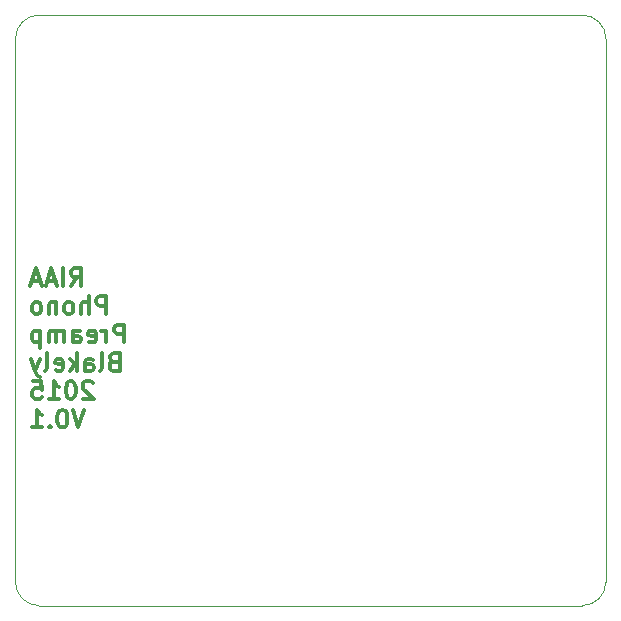
<source format=gbo>
G04 (created by PCBNEW (2013-07-07 BZR 4022)-stable) date 1/7/2015 9:26:39 PM*
%MOIN*%
G04 Gerber Fmt 3.4, Leading zero omitted, Abs format*
%FSLAX34Y34*%
G01*
G70*
G90*
G04 APERTURE LIST*
%ADD10C,0.00590551*%
%ADD11C,0.00393701*%
%ADD12C,0.011811*%
%ADD13C,0.0493071*%
%ADD14C,0.076*%
%ADD15R,0.076X0.076*%
%ADD16R,0.061X0.061*%
%ADD17C,0.061*%
%ADD18R,0.0493071X0.0493071*%
G04 APERTURE END LIST*
G54D10*
G54D11*
X19685Y-787D02*
G75*
G03X18897Y0I-787J0D01*
G74*
G01*
X0Y-18897D02*
G75*
G03X787Y-19685I787J0D01*
G74*
G01*
X18897Y-19685D02*
G75*
G03X19685Y-18897I0J787D01*
G74*
G01*
X787Y0D02*
X18897Y0D01*
X0Y-787D02*
X0Y-18897D01*
X787Y0D02*
G75*
G03X0Y-787I0J-787D01*
G74*
G01*
X787Y-19685D02*
X18897Y-19685D01*
X19685Y-787D02*
X19685Y-18897D01*
G54D12*
X1848Y-9024D02*
X2045Y-8743D01*
X2186Y-9024D02*
X2186Y-8433D01*
X1961Y-8433D01*
X1905Y-8462D01*
X1877Y-8490D01*
X1848Y-8546D01*
X1848Y-8630D01*
X1877Y-8687D01*
X1905Y-8715D01*
X1961Y-8743D01*
X2186Y-8743D01*
X1595Y-9024D02*
X1595Y-8433D01*
X1342Y-8855D02*
X1061Y-8855D01*
X1399Y-9024D02*
X1202Y-8433D01*
X1005Y-9024D01*
X836Y-8855D02*
X555Y-8855D01*
X892Y-9024D02*
X696Y-8433D01*
X499Y-9024D01*
X3030Y-9969D02*
X3030Y-9378D01*
X2805Y-9378D01*
X2748Y-9406D01*
X2720Y-9435D01*
X2692Y-9491D01*
X2692Y-9575D01*
X2720Y-9631D01*
X2748Y-9660D01*
X2805Y-9688D01*
X3030Y-9688D01*
X2439Y-9969D02*
X2439Y-9378D01*
X2186Y-9969D02*
X2186Y-9660D01*
X2214Y-9603D01*
X2270Y-9575D01*
X2355Y-9575D01*
X2411Y-9603D01*
X2439Y-9631D01*
X1820Y-9969D02*
X1877Y-9941D01*
X1905Y-9913D01*
X1933Y-9856D01*
X1933Y-9688D01*
X1905Y-9631D01*
X1877Y-9603D01*
X1820Y-9575D01*
X1736Y-9575D01*
X1680Y-9603D01*
X1652Y-9631D01*
X1624Y-9688D01*
X1624Y-9856D01*
X1652Y-9913D01*
X1680Y-9941D01*
X1736Y-9969D01*
X1820Y-9969D01*
X1370Y-9575D02*
X1370Y-9969D01*
X1370Y-9631D02*
X1342Y-9603D01*
X1286Y-9575D01*
X1202Y-9575D01*
X1145Y-9603D01*
X1117Y-9660D01*
X1117Y-9969D01*
X752Y-9969D02*
X808Y-9941D01*
X836Y-9913D01*
X864Y-9856D01*
X864Y-9688D01*
X836Y-9631D01*
X808Y-9603D01*
X752Y-9575D01*
X667Y-9575D01*
X611Y-9603D01*
X583Y-9631D01*
X555Y-9688D01*
X555Y-9856D01*
X583Y-9913D01*
X611Y-9941D01*
X667Y-9969D01*
X752Y-9969D01*
X3620Y-10914D02*
X3620Y-10323D01*
X3395Y-10323D01*
X3339Y-10351D01*
X3311Y-10379D01*
X3283Y-10436D01*
X3283Y-10520D01*
X3311Y-10576D01*
X3339Y-10604D01*
X3395Y-10633D01*
X3620Y-10633D01*
X3030Y-10914D02*
X3030Y-10520D01*
X3030Y-10633D02*
X3001Y-10576D01*
X2973Y-10548D01*
X2917Y-10520D01*
X2861Y-10520D01*
X2439Y-10886D02*
X2495Y-10914D01*
X2608Y-10914D01*
X2664Y-10886D01*
X2692Y-10829D01*
X2692Y-10604D01*
X2664Y-10548D01*
X2608Y-10520D01*
X2495Y-10520D01*
X2439Y-10548D01*
X2411Y-10604D01*
X2411Y-10661D01*
X2692Y-10717D01*
X1905Y-10914D02*
X1905Y-10604D01*
X1933Y-10548D01*
X1989Y-10520D01*
X2102Y-10520D01*
X2158Y-10548D01*
X1905Y-10886D02*
X1961Y-10914D01*
X2102Y-10914D01*
X2158Y-10886D01*
X2186Y-10829D01*
X2186Y-10773D01*
X2158Y-10717D01*
X2102Y-10689D01*
X1961Y-10689D01*
X1905Y-10661D01*
X1624Y-10914D02*
X1624Y-10520D01*
X1624Y-10576D02*
X1595Y-10548D01*
X1539Y-10520D01*
X1455Y-10520D01*
X1399Y-10548D01*
X1370Y-10604D01*
X1370Y-10914D01*
X1370Y-10604D02*
X1342Y-10548D01*
X1286Y-10520D01*
X1202Y-10520D01*
X1145Y-10548D01*
X1117Y-10604D01*
X1117Y-10914D01*
X836Y-10520D02*
X836Y-11111D01*
X836Y-10548D02*
X780Y-10520D01*
X667Y-10520D01*
X611Y-10548D01*
X583Y-10576D01*
X555Y-10633D01*
X555Y-10801D01*
X583Y-10857D01*
X611Y-10886D01*
X667Y-10914D01*
X780Y-10914D01*
X836Y-10886D01*
X3283Y-11549D02*
X3198Y-11577D01*
X3170Y-11606D01*
X3142Y-11662D01*
X3142Y-11746D01*
X3170Y-11802D01*
X3198Y-11830D01*
X3255Y-11859D01*
X3480Y-11859D01*
X3480Y-11268D01*
X3283Y-11268D01*
X3226Y-11296D01*
X3198Y-11324D01*
X3170Y-11381D01*
X3170Y-11437D01*
X3198Y-11493D01*
X3226Y-11521D01*
X3283Y-11549D01*
X3480Y-11549D01*
X2805Y-11859D02*
X2861Y-11830D01*
X2889Y-11774D01*
X2889Y-11268D01*
X2327Y-11859D02*
X2327Y-11549D01*
X2355Y-11493D01*
X2411Y-11465D01*
X2523Y-11465D01*
X2580Y-11493D01*
X2327Y-11830D02*
X2383Y-11859D01*
X2523Y-11859D01*
X2580Y-11830D01*
X2608Y-11774D01*
X2608Y-11718D01*
X2580Y-11662D01*
X2523Y-11634D01*
X2383Y-11634D01*
X2327Y-11606D01*
X2045Y-11859D02*
X2045Y-11268D01*
X1989Y-11634D02*
X1820Y-11859D01*
X1820Y-11465D02*
X2045Y-11690D01*
X1342Y-11830D02*
X1399Y-11859D01*
X1511Y-11859D01*
X1567Y-11830D01*
X1595Y-11774D01*
X1595Y-11549D01*
X1567Y-11493D01*
X1511Y-11465D01*
X1399Y-11465D01*
X1342Y-11493D01*
X1314Y-11549D01*
X1314Y-11606D01*
X1595Y-11662D01*
X977Y-11859D02*
X1033Y-11830D01*
X1061Y-11774D01*
X1061Y-11268D01*
X808Y-11465D02*
X667Y-11859D01*
X527Y-11465D02*
X667Y-11859D01*
X724Y-11999D01*
X752Y-12027D01*
X808Y-12055D01*
X2580Y-12269D02*
X2552Y-12241D01*
X2495Y-12213D01*
X2355Y-12213D01*
X2298Y-12241D01*
X2270Y-12269D01*
X2242Y-12325D01*
X2242Y-12382D01*
X2270Y-12466D01*
X2608Y-12803D01*
X2242Y-12803D01*
X1877Y-12213D02*
X1820Y-12213D01*
X1764Y-12241D01*
X1736Y-12269D01*
X1708Y-12325D01*
X1680Y-12438D01*
X1680Y-12579D01*
X1708Y-12691D01*
X1736Y-12747D01*
X1764Y-12775D01*
X1820Y-12803D01*
X1877Y-12803D01*
X1933Y-12775D01*
X1961Y-12747D01*
X1989Y-12691D01*
X2017Y-12579D01*
X2017Y-12438D01*
X1989Y-12325D01*
X1961Y-12269D01*
X1933Y-12241D01*
X1877Y-12213D01*
X1117Y-12803D02*
X1455Y-12803D01*
X1286Y-12803D02*
X1286Y-12213D01*
X1342Y-12297D01*
X1399Y-12354D01*
X1455Y-12382D01*
X583Y-12213D02*
X864Y-12213D01*
X892Y-12494D01*
X864Y-12466D01*
X808Y-12438D01*
X667Y-12438D01*
X611Y-12466D01*
X583Y-12494D01*
X555Y-12550D01*
X555Y-12691D01*
X583Y-12747D01*
X611Y-12775D01*
X667Y-12803D01*
X808Y-12803D01*
X864Y-12775D01*
X892Y-12747D01*
X2298Y-13158D02*
X2102Y-13748D01*
X1905Y-13158D01*
X1595Y-13158D02*
X1539Y-13158D01*
X1483Y-13186D01*
X1455Y-13214D01*
X1427Y-13270D01*
X1399Y-13383D01*
X1399Y-13523D01*
X1427Y-13636D01*
X1455Y-13692D01*
X1483Y-13720D01*
X1539Y-13748D01*
X1595Y-13748D01*
X1652Y-13720D01*
X1680Y-13692D01*
X1708Y-13636D01*
X1736Y-13523D01*
X1736Y-13383D01*
X1708Y-13270D01*
X1680Y-13214D01*
X1652Y-13186D01*
X1595Y-13158D01*
X1145Y-13692D02*
X1117Y-13720D01*
X1145Y-13748D01*
X1174Y-13720D01*
X1145Y-13692D01*
X1145Y-13748D01*
X555Y-13748D02*
X892Y-13748D01*
X724Y-13748D02*
X724Y-13158D01*
X780Y-13242D01*
X836Y-13298D01*
X892Y-13327D01*
%LPC*%
G54D13*
X7792Y-11511D03*
X7792Y-8559D03*
X11092Y-15519D03*
X11092Y-13551D03*
G54D14*
X8692Y-2285D03*
X9692Y-2285D03*
G54D15*
X10692Y-2285D03*
G54D14*
X1942Y-6535D03*
X1942Y-5535D03*
G54D15*
X1942Y-4535D03*
G54D16*
X10442Y-8535D03*
G54D17*
X10442Y-9535D03*
X10442Y-10535D03*
X10442Y-11535D03*
X13442Y-11535D03*
X13442Y-10535D03*
X13442Y-9535D03*
X13442Y-8535D03*
G54D14*
X6692Y-2785D03*
G54D15*
X2692Y-2785D03*
G54D14*
X2692Y-1535D03*
G54D15*
X6692Y-1535D03*
G54D17*
X11614Y-18700D03*
X12614Y-18700D03*
X14114Y-18700D03*
X15114Y-18700D03*
X2165Y-18700D03*
X3165Y-18700D03*
X4665Y-18700D03*
X5665Y-18700D03*
X1442Y-1535D03*
X1442Y-2535D03*
G54D13*
X3852Y-5035D03*
G54D18*
X5033Y-5035D03*
G54D13*
X14033Y-1785D03*
G54D18*
X12852Y-1785D03*
G54D13*
X13204Y-16535D03*
X11204Y-16535D03*
X6192Y-14535D03*
X6192Y-16535D03*
X4192Y-16535D03*
X2192Y-16535D03*
X16157Y-16338D03*
X14157Y-16338D03*
X13792Y-14335D03*
X13792Y-12335D03*
X9292Y-13735D03*
X9292Y-11735D03*
X11220Y-17519D03*
X13188Y-17519D03*
X2208Y-17535D03*
X4177Y-17535D03*
X9192Y-17535D03*
X6192Y-17535D03*
X8292Y-12635D03*
X5292Y-12635D03*
X17392Y-9135D03*
X14392Y-9135D03*
X18492Y-8535D03*
X18492Y-11535D03*
X18092Y-15235D03*
X18092Y-12235D03*
X9292Y-7335D03*
X9292Y-10335D03*
X1192Y-15035D03*
X1192Y-18035D03*
X6392Y-8535D03*
X6392Y-11535D03*
X5192Y-17519D03*
X5192Y-15551D03*
X8192Y-14551D03*
X8192Y-16519D03*
X3192Y-13551D03*
X3192Y-15519D03*
X14173Y-17519D03*
X16141Y-17519D03*
X15692Y-14519D03*
X15692Y-12551D03*
X13442Y-7519D03*
X13442Y-5551D03*
X12677Y-12535D03*
X10708Y-12535D03*
X15442Y-4194D03*
G54D18*
X15442Y-5375D03*
G54D13*
X10942Y-5625D03*
G54D18*
X10942Y-4444D03*
G54D13*
X6392Y-6641D03*
G54D18*
X6392Y-7429D03*
G54D13*
X17716Y-17125D03*
G54D18*
X17716Y-16338D03*
G54D13*
X17569Y-7535D03*
X14616Y-7535D03*
X17469Y-10535D03*
X14516Y-10535D03*
X4692Y-8559D03*
X4692Y-11511D03*
M02*

</source>
